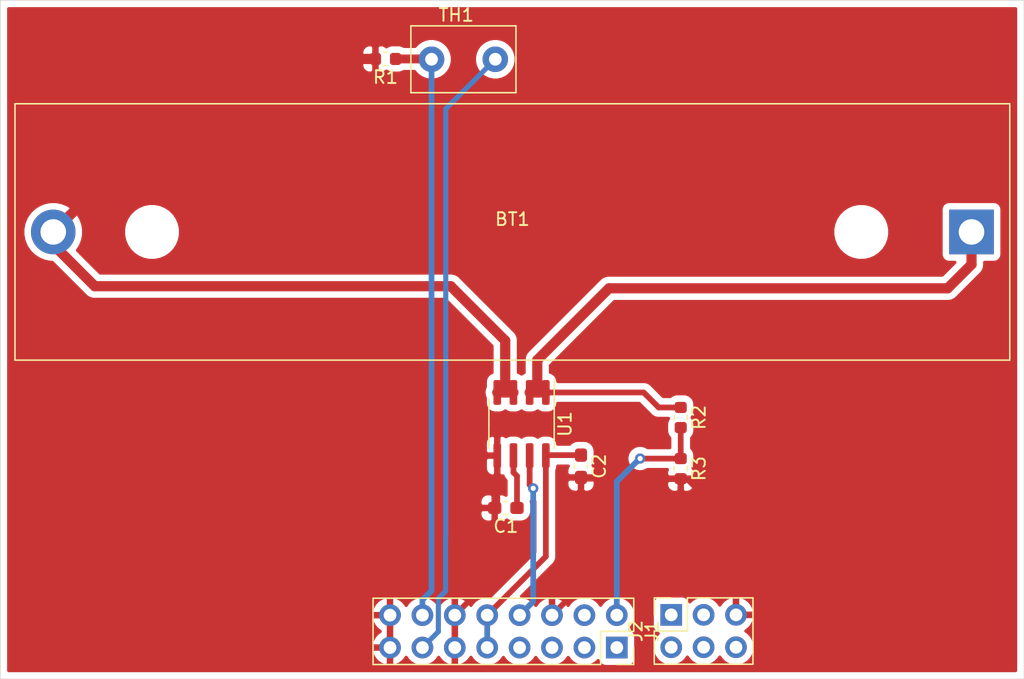
<source format=kicad_pcb>
(kicad_pcb (version 20171130) (host pcbnew 5.1.5-52549c5~86~ubuntu18.04.1)

  (general
    (thickness 1.6)
    (drawings 4)
    (tracks 67)
    (zones 0)
    (modules 10)
    (nets 15)
  )

  (page A4)
  (layers
    (0 F.Cu signal)
    (31 B.Cu signal)
    (32 B.Adhes user)
    (33 F.Adhes user)
    (34 B.Paste user)
    (35 F.Paste user)
    (36 B.SilkS user)
    (37 F.SilkS user)
    (38 B.Mask user)
    (39 F.Mask user)
    (40 Dwgs.User user)
    (41 Cmts.User user)
    (42 Eco1.User user)
    (43 Eco2.User user)
    (44 Edge.Cuts user)
    (45 Margin user)
    (46 B.CrtYd user)
    (47 F.CrtYd user)
    (48 B.Fab user)
    (49 F.Fab user)
  )

  (setup
    (last_trace_width 0.25)
    (user_trace_width 0.3)
    (user_trace_width 0.4)
    (user_trace_width 0.45)
    (user_trace_width 0.5)
    (user_trace_width 0.6)
    (user_trace_width 0.7)
    (trace_clearance 0.2)
    (zone_clearance 0.508)
    (zone_45_only yes)
    (trace_min 0.2)
    (via_size 0.8)
    (via_drill 0.4)
    (via_min_size 0.4)
    (via_min_drill 0.3)
    (uvia_size 0.3)
    (uvia_drill 0.1)
    (uvias_allowed no)
    (uvia_min_size 0.2)
    (uvia_min_drill 0.1)
    (edge_width 0.05)
    (segment_width 0.2)
    (pcb_text_width 0.3)
    (pcb_text_size 1.5 1.5)
    (mod_edge_width 0.12)
    (mod_text_size 1 1)
    (mod_text_width 0.15)
    (pad_size 1.524 1.524)
    (pad_drill 0.762)
    (pad_to_mask_clearance 0.051)
    (solder_mask_min_width 0.25)
    (aux_axis_origin 0 0)
    (visible_elements FFFFFF7F)
    (pcbplotparams
      (layerselection 0x010fc_ffffffff)
      (usegerberextensions false)
      (usegerberattributes false)
      (usegerberadvancedattributes false)
      (creategerberjobfile false)
      (excludeedgelayer true)
      (linewidth 0.100000)
      (plotframeref false)
      (viasonmask false)
      (mode 1)
      (useauxorigin false)
      (hpglpennumber 1)
      (hpglpenspeed 20)
      (hpglpendiameter 15.000000)
      (psnegative false)
      (psa4output false)
      (plotreference true)
      (plotvalue true)
      (plotinvisibletext false)
      (padsonsilk false)
      (subtractmaskfromsilk false)
      (outputformat 1)
      (mirror false)
      (drillshape 1)
      (scaleselection 1)
      (outputdirectory ""))
  )

  (net 0 "")
  (net 1 GND)
  (net 2 batt+)
  (net 3 "Net-(C1-Pad1)")
  (net 4 5V)
  (net 5 batt1_ntc_temp)
  (net 6 batt1_voltage)
  (net 7 batt2_ntc_temp)
  (net 8 batt2_voltage)
  (net 9 RESERVED)
  (net 10 batt1_current)
  (net 11 batt2_current)
  (net 12 3.3V)
  (net 13 charge_det)
  (net 14 batt-)

  (net_class Default "This is the default net class."
    (clearance 0.2)
    (trace_width 0.25)
    (via_dia 0.8)
    (via_drill 0.4)
    (uvia_dia 0.3)
    (uvia_drill 0.1)
    (add_net 3.3V)
    (add_net 5V)
    (add_net GND)
    (add_net "Net-(C1-Pad1)")
    (add_net RESERVED)
    (add_net batt+)
    (add_net batt-)
    (add_net batt1_current)
    (add_net batt1_ntc_temp)
    (add_net batt1_voltage)
    (add_net batt2_current)
    (add_net batt2_ntc_temp)
    (add_net batt2_voltage)
    (add_net charge_det)
  )

  (net_class alt2 ""
    (clearance 0.2)
    (trace_width 0.8)
    (via_dia 0.8)
    (via_drill 0.4)
    (uvia_dia 0.3)
    (uvia_drill 0.1)
  )

  (module Battery:BatteryHolder_MPD_BH-18650-PC2 (layer F.Cu) (tedit 5C1007C1) (tstamp 5EB4E801)
    (at 159.5882 63.5 180)
    (descr "18650 Battery Holder (http://www.memoryprotectiondevices.com/datasheets/BK-18650-PC2-datasheet.pdf)")
    (tags "18650 Battery Holder")
    (path /5EB28E73)
    (fp_text reference BT1 (at 36 1) (layer F.SilkS)
      (effects (font (size 1 1) (thickness 0.15)))
    )
    (fp_text value 18650 (at 36 -0.8) (layer F.Fab)
      (effects (font (size 1 1) (thickness 0.15)))
    )
    (fp_line (start -3 10.05) (end -3 -10.05) (layer F.SilkS) (width 0.12))
    (fp_line (start 75 10.05) (end -3 10.05) (layer F.SilkS) (width 0.12))
    (fp_line (start 75 -10.05) (end 75 10.05) (layer F.SilkS) (width 0.12))
    (fp_line (start -3 -10.05) (end 75 -10.05) (layer F.SilkS) (width 0.12))
    (fp_line (start -2.8 9.85) (end -2.8 -9.85) (layer F.Fab) (width 0.1))
    (fp_line (start 74.8 9.85) (end -2.8 9.85) (layer F.Fab) (width 0.1))
    (fp_line (start 74.8 -9.85) (end 74.8 9.85) (layer F.Fab) (width 0.1))
    (fp_line (start -2.8 -9.85) (end 74.8 -9.85) (layer F.Fab) (width 0.1))
    (fp_line (start -3.2 10.25) (end -3.2 -10.25) (layer F.CrtYd) (width 0.05))
    (fp_line (start 75.2 10.25) (end -3.2 10.25) (layer F.CrtYd) (width 0.05))
    (fp_line (start 75.2 -10.25) (end 75.2 10.25) (layer F.CrtYd) (width 0.05))
    (fp_line (start -3.2 -10.25) (end 75.2 -10.25) (layer F.CrtYd) (width 0.05))
    (fp_text user %R (at 36 -2.4) (layer F.Fab)
      (effects (font (size 1 1) (thickness 0.15)))
    )
    (pad 2 thru_hole circle (at 72 0 180) (size 3.5 3.5) (drill 2) (layers *.Cu *.Mask)
      (net 14 batt-))
    (pad 1 thru_hole rect (at 0 0 180) (size 3.5 3.5) (drill 2) (layers *.Cu *.Mask)
      (net 2 batt+))
    (pad "" np_thru_hole circle (at 8.645 0 180) (size 3.2 3.2) (drill 3.2) (layers *.Cu *.Mask))
    (pad "" np_thru_hole circle (at 64.255 0 180) (size 3.2 3.2) (drill 3.2) (layers *.Cu *.Mask))
    (model ${KISYS3DMOD}/Battery.3dshapes/BatteryHolder_MPD_BH-18650-PC2.wrl
      (at (xyz 0 0 0))
      (scale (xyz 1 1 1))
      (rotate (xyz 0 0 0))
    )
  )

  (module Capacitor_SMD:C_0603_1608Metric_Pad1.05x0.95mm_HandSolder (layer F.Cu) (tedit 5B301BBE) (tstamp 5EB4D607)
    (at 123.0757 85.1408 180)
    (descr "Capacitor SMD 0603 (1608 Metric), square (rectangular) end terminal, IPC_7351 nominal with elongated pad for handsoldering. (Body size source: http://www.tortai-tech.com/upload/download/2011102023233369053.pdf), generated with kicad-footprint-generator")
    (tags "capacitor handsolder")
    (path /5EB436D7)
    (attr smd)
    (fp_text reference C1 (at 0 -1.43) (layer F.SilkS)
      (effects (font (size 1 1) (thickness 0.15)))
    )
    (fp_text value 1nF (at 0 1.43) (layer F.Fab)
      (effects (font (size 1 1) (thickness 0.15)))
    )
    (fp_line (start -0.8 0.4) (end -0.8 -0.4) (layer F.Fab) (width 0.1))
    (fp_line (start -0.8 -0.4) (end 0.8 -0.4) (layer F.Fab) (width 0.1))
    (fp_line (start 0.8 -0.4) (end 0.8 0.4) (layer F.Fab) (width 0.1))
    (fp_line (start 0.8 0.4) (end -0.8 0.4) (layer F.Fab) (width 0.1))
    (fp_line (start -0.171267 -0.51) (end 0.171267 -0.51) (layer F.SilkS) (width 0.12))
    (fp_line (start -0.171267 0.51) (end 0.171267 0.51) (layer F.SilkS) (width 0.12))
    (fp_line (start -1.65 0.73) (end -1.65 -0.73) (layer F.CrtYd) (width 0.05))
    (fp_line (start -1.65 -0.73) (end 1.65 -0.73) (layer F.CrtYd) (width 0.05))
    (fp_line (start 1.65 -0.73) (end 1.65 0.73) (layer F.CrtYd) (width 0.05))
    (fp_line (start 1.65 0.73) (end -1.65 0.73) (layer F.CrtYd) (width 0.05))
    (fp_text user %R (at 0 0) (layer F.Fab)
      (effects (font (size 0.4 0.4) (thickness 0.06)))
    )
    (pad 1 smd roundrect (at -0.875 0 180) (size 1.05 0.95) (layers F.Cu F.Paste F.Mask) (roundrect_rratio 0.25)
      (net 3 "Net-(C1-Pad1)"))
    (pad 2 smd roundrect (at 0.875 0 180) (size 1.05 0.95) (layers F.Cu F.Paste F.Mask) (roundrect_rratio 0.25)
      (net 1 GND))
    (model ${KISYS3DMOD}/Capacitor_SMD.3dshapes/C_0603_1608Metric.wrl
      (at (xyz 0 0 0))
      (scale (xyz 1 1 1))
      (rotate (xyz 0 0 0))
    )
  )

  (module Capacitor_SMD:C_0603_1608Metric_Pad1.05x0.95mm_HandSolder (layer F.Cu) (tedit 5B301BBE) (tstamp 5EB4D618)
    (at 128.9685 81.8756 270)
    (descr "Capacitor SMD 0603 (1608 Metric), square (rectangular) end terminal, IPC_7351 nominal with elongated pad for handsoldering. (Body size source: http://www.tortai-tech.com/upload/download/2011102023233369053.pdf), generated with kicad-footprint-generator")
    (tags "capacitor handsolder")
    (path /5EB44FA4)
    (attr smd)
    (fp_text reference C2 (at 0 -1.43 90) (layer F.SilkS)
      (effects (font (size 1 1) (thickness 0.15)))
    )
    (fp_text value 0.1uF (at 0 1.43 90) (layer F.Fab)
      (effects (font (size 1 1) (thickness 0.15)))
    )
    (fp_text user %R (at 0 0 90) (layer F.Fab)
      (effects (font (size 0.4 0.4) (thickness 0.06)))
    )
    (fp_line (start 1.65 0.73) (end -1.65 0.73) (layer F.CrtYd) (width 0.05))
    (fp_line (start 1.65 -0.73) (end 1.65 0.73) (layer F.CrtYd) (width 0.05))
    (fp_line (start -1.65 -0.73) (end 1.65 -0.73) (layer F.CrtYd) (width 0.05))
    (fp_line (start -1.65 0.73) (end -1.65 -0.73) (layer F.CrtYd) (width 0.05))
    (fp_line (start -0.171267 0.51) (end 0.171267 0.51) (layer F.SilkS) (width 0.12))
    (fp_line (start -0.171267 -0.51) (end 0.171267 -0.51) (layer F.SilkS) (width 0.12))
    (fp_line (start 0.8 0.4) (end -0.8 0.4) (layer F.Fab) (width 0.1))
    (fp_line (start 0.8 -0.4) (end 0.8 0.4) (layer F.Fab) (width 0.1))
    (fp_line (start -0.8 -0.4) (end 0.8 -0.4) (layer F.Fab) (width 0.1))
    (fp_line (start -0.8 0.4) (end -0.8 -0.4) (layer F.Fab) (width 0.1))
    (pad 2 smd roundrect (at 0.875 0 270) (size 1.05 0.95) (layers F.Cu F.Paste F.Mask) (roundrect_rratio 0.25)
      (net 1 GND))
    (pad 1 smd roundrect (at -0.875 0 270) (size 1.05 0.95) (layers F.Cu F.Paste F.Mask) (roundrect_rratio 0.25)
      (net 4 5V))
    (model ${KISYS3DMOD}/Capacitor_SMD.3dshapes/C_0603_1608Metric.wrl
      (at (xyz 0 0 0))
      (scale (xyz 1 1 1))
      (rotate (xyz 0 0 0))
    )
  )

  (module Connector_PinSocket_2.54mm:PinSocket_2x08_P2.54mm_Vertical (layer F.Cu) (tedit 5A19A42B) (tstamp 5EB4D63E)
    (at 131.7752 96.0882 270)
    (descr "Through hole straight socket strip, 2x08, 2.54mm pitch, double cols (from Kicad 4.0.7), script generated")
    (tags "Through hole socket strip THT 2x08 2.54mm double row")
    (path /5EB37FDC)
    (fp_text reference J1 (at -1.27 -2.77 90) (layer F.SilkS)
      (effects (font (size 1 1) (thickness 0.15)))
    )
    (fp_text value Conn_02x08_Odd_Even (at -5.207 9.68248 180) (layer F.Fab)
      (effects (font (size 1 1) (thickness 0.15)))
    )
    (fp_line (start -3.81 -1.27) (end 0.27 -1.27) (layer F.Fab) (width 0.1))
    (fp_line (start 0.27 -1.27) (end 1.27 -0.27) (layer F.Fab) (width 0.1))
    (fp_line (start 1.27 -0.27) (end 1.27 19.05) (layer F.Fab) (width 0.1))
    (fp_line (start 1.27 19.05) (end -3.81 19.05) (layer F.Fab) (width 0.1))
    (fp_line (start -3.81 19.05) (end -3.81 -1.27) (layer F.Fab) (width 0.1))
    (fp_line (start -3.87 -1.33) (end -1.27 -1.33) (layer F.SilkS) (width 0.12))
    (fp_line (start -3.87 -1.33) (end -3.87 19.11) (layer F.SilkS) (width 0.12))
    (fp_line (start -3.87 19.11) (end 1.33 19.11) (layer F.SilkS) (width 0.12))
    (fp_line (start 1.33 1.27) (end 1.33 19.11) (layer F.SilkS) (width 0.12))
    (fp_line (start -1.27 1.27) (end 1.33 1.27) (layer F.SilkS) (width 0.12))
    (fp_line (start -1.27 -1.33) (end -1.27 1.27) (layer F.SilkS) (width 0.12))
    (fp_line (start 1.33 -1.33) (end 1.33 0) (layer F.SilkS) (width 0.12))
    (fp_line (start 0 -1.33) (end 1.33 -1.33) (layer F.SilkS) (width 0.12))
    (fp_line (start -4.34 -1.8) (end 1.76 -1.8) (layer F.CrtYd) (width 0.05))
    (fp_line (start 1.76 -1.8) (end 1.76 19.55) (layer F.CrtYd) (width 0.05))
    (fp_line (start 1.76 19.55) (end -4.34 19.55) (layer F.CrtYd) (width 0.05))
    (fp_line (start -4.34 19.55) (end -4.34 -1.8) (layer F.CrtYd) (width 0.05))
    (fp_text user %R (at -1.27 8.89) (layer F.Fab)
      (effects (font (size 1 1) (thickness 0.15)))
    )
    (pad 1 thru_hole rect (at 0 0 270) (size 1.7 1.7) (drill 1) (layers *.Cu *.Mask)
      (net 13 charge_det))
    (pad 2 thru_hole oval (at -2.54 0 270) (size 1.7 1.7) (drill 1) (layers *.Cu *.Mask)
      (net 6 batt1_voltage))
    (pad 3 thru_hole oval (at 0 2.54 270) (size 1.7 1.7) (drill 1) (layers *.Cu *.Mask)
      (net 7 batt2_ntc_temp))
    (pad 4 thru_hole oval (at -2.54 2.54 270) (size 1.7 1.7) (drill 1) (layers *.Cu *.Mask)
      (net 8 batt2_voltage))
    (pad 5 thru_hole oval (at 0 5.08 270) (size 1.7 1.7) (drill 1) (layers *.Cu *.Mask)
      (net 9 RESERVED))
    (pad 6 thru_hole oval (at -2.54 5.08 270) (size 1.7 1.7) (drill 1) (layers *.Cu *.Mask)
      (net 1 GND))
    (pad 7 thru_hole oval (at 0 7.62 270) (size 1.7 1.7) (drill 1) (layers *.Cu *.Mask)
      (net 11 batt2_current))
    (pad 8 thru_hole oval (at -2.54 7.62 270) (size 1.7 1.7) (drill 1) (layers *.Cu *.Mask)
      (net 10 batt1_current))
    (pad 9 thru_hole oval (at 0 10.16 270) (size 1.7 1.7) (drill 1) (layers *.Cu *.Mask)
      (net 4 5V))
    (pad 10 thru_hole oval (at -2.54 10.16 270) (size 1.7 1.7) (drill 1) (layers *.Cu *.Mask)
      (net 4 5V))
    (pad 11 thru_hole oval (at 0 12.7 270) (size 1.7 1.7) (drill 1) (layers *.Cu *.Mask)
      (net 1 GND))
    (pad 12 thru_hole oval (at -2.54 12.7 270) (size 1.7 1.7) (drill 1) (layers *.Cu *.Mask)
      (net 1 GND))
    (pad 13 thru_hole oval (at 0 15.24 270) (size 1.7 1.7) (drill 1) (layers *.Cu *.Mask)
      (net 12 3.3V))
    (pad 14 thru_hole oval (at -2.54 15.24 270) (size 1.7 1.7) (drill 1) (layers *.Cu *.Mask)
      (net 5 batt1_ntc_temp))
    (pad 15 thru_hole oval (at 0 17.78 270) (size 1.7 1.7) (drill 1) (layers *.Cu *.Mask)
      (net 1 GND))
    (pad 16 thru_hole oval (at -2.54 17.78 270) (size 1.7 1.7) (drill 1) (layers *.Cu *.Mask)
      (net 1 GND))
    (model ${KISYS3DMOD}/Connector_PinSocket_2.54mm.3dshapes/PinSocket_2x08_P2.54mm_Vertical.wrl
      (at (xyz 0 0 0))
      (scale (xyz 1 1 1))
      (rotate (xyz 0 0 0))
    )
  )

  (module Connector_PinSocket_2.54mm:PinSocket_2x03_P2.54mm_Vertical (layer F.Cu) (tedit 5A19A425) (tstamp 5EB4DAB4)
    (at 136.0424 93.5228 90)
    (descr "Through hole straight socket strip, 2x03, 2.54mm pitch, double cols (from Kicad 4.0.7), script generated")
    (tags "Through hole socket strip THT 2x03 2.54mm double row")
    (path /5EB54B93)
    (fp_text reference J2 (at -1.27 -2.77 90) (layer F.SilkS)
      (effects (font (size 1 1) (thickness 0.15)))
    )
    (fp_text value Conn_02x03_Odd_Even (at 2.71272 6.2484 180) (layer F.Fab)
      (effects (font (size 1 1) (thickness 0.15)))
    )
    (fp_line (start -3.81 -1.27) (end 0.27 -1.27) (layer F.Fab) (width 0.1))
    (fp_line (start 0.27 -1.27) (end 1.27 -0.27) (layer F.Fab) (width 0.1))
    (fp_line (start 1.27 -0.27) (end 1.27 6.35) (layer F.Fab) (width 0.1))
    (fp_line (start 1.27 6.35) (end -3.81 6.35) (layer F.Fab) (width 0.1))
    (fp_line (start -3.81 6.35) (end -3.81 -1.27) (layer F.Fab) (width 0.1))
    (fp_line (start -3.87 -1.33) (end -1.27 -1.33) (layer F.SilkS) (width 0.12))
    (fp_line (start -3.87 -1.33) (end -3.87 6.41) (layer F.SilkS) (width 0.12))
    (fp_line (start -3.87 6.41) (end 1.33 6.41) (layer F.SilkS) (width 0.12))
    (fp_line (start 1.33 1.27) (end 1.33 6.41) (layer F.SilkS) (width 0.12))
    (fp_line (start -1.27 1.27) (end 1.33 1.27) (layer F.SilkS) (width 0.12))
    (fp_line (start -1.27 -1.33) (end -1.27 1.27) (layer F.SilkS) (width 0.12))
    (fp_line (start 1.33 -1.33) (end 1.33 0) (layer F.SilkS) (width 0.12))
    (fp_line (start 0 -1.33) (end 1.33 -1.33) (layer F.SilkS) (width 0.12))
    (fp_line (start -4.34 -1.8) (end 1.76 -1.8) (layer F.CrtYd) (width 0.05))
    (fp_line (start 1.76 -1.8) (end 1.76 6.85) (layer F.CrtYd) (width 0.05))
    (fp_line (start 1.76 6.85) (end -4.34 6.85) (layer F.CrtYd) (width 0.05))
    (fp_line (start -4.34 6.85) (end -4.34 -1.8) (layer F.CrtYd) (width 0.05))
    (fp_text user %R (at -1.27 2.54) (layer F.Fab)
      (effects (font (size 1 1) (thickness 0.15)))
    )
    (pad 1 thru_hole rect (at 0 0 90) (size 1.7 1.7) (drill 1) (layers *.Cu *.Mask)
      (net 9 RESERVED))
    (pad 2 thru_hole oval (at -2.54 0 90) (size 1.7 1.7) (drill 1) (layers *.Cu *.Mask)
      (net 9 RESERVED))
    (pad 3 thru_hole oval (at 0 2.54 90) (size 1.7 1.7) (drill 1) (layers *.Cu *.Mask)
      (net 9 RESERVED))
    (pad 4 thru_hole oval (at -2.54 2.54 90) (size 1.7 1.7) (drill 1) (layers *.Cu *.Mask)
      (net 9 RESERVED))
    (pad 5 thru_hole oval (at 0 5.08 90) (size 1.7 1.7) (drill 1) (layers *.Cu *.Mask)
      (net 1 GND))
    (pad 6 thru_hole oval (at -2.54 5.08 90) (size 1.7 1.7) (drill 1) (layers *.Cu *.Mask)
      (net 13 charge_det))
    (model ${KISYS3DMOD}/Connector_PinSocket_2.54mm.3dshapes/PinSocket_2x03_P2.54mm_Vertical.wrl
      (at (xyz 0 0 0))
      (scale (xyz 1 1 1))
      (rotate (xyz 0 0 0))
    )
  )

  (module Resistor_SMD:R_0603_1608Metric (layer F.Cu) (tedit 5B301BBD) (tstamp 5EB4D66B)
    (at 113.6396 49.9364 180)
    (descr "Resistor SMD 0603 (1608 Metric), square (rectangular) end terminal, IPC_7351 nominal, (Body size source: http://www.tortai-tech.com/upload/download/2011102023233369053.pdf), generated with kicad-footprint-generator")
    (tags resistor)
    (path /5EB2A41D)
    (attr smd)
    (fp_text reference R1 (at 0 -1.43) (layer F.SilkS)
      (effects (font (size 1 1) (thickness 0.15)))
    )
    (fp_text value 10K (at 0 1.43) (layer F.Fab)
      (effects (font (size 1 1) (thickness 0.15)))
    )
    (fp_line (start -0.8 0.4) (end -0.8 -0.4) (layer F.Fab) (width 0.1))
    (fp_line (start -0.8 -0.4) (end 0.8 -0.4) (layer F.Fab) (width 0.1))
    (fp_line (start 0.8 -0.4) (end 0.8 0.4) (layer F.Fab) (width 0.1))
    (fp_line (start 0.8 0.4) (end -0.8 0.4) (layer F.Fab) (width 0.1))
    (fp_line (start -0.162779 -0.51) (end 0.162779 -0.51) (layer F.SilkS) (width 0.12))
    (fp_line (start -0.162779 0.51) (end 0.162779 0.51) (layer F.SilkS) (width 0.12))
    (fp_line (start -1.48 0.73) (end -1.48 -0.73) (layer F.CrtYd) (width 0.05))
    (fp_line (start -1.48 -0.73) (end 1.48 -0.73) (layer F.CrtYd) (width 0.05))
    (fp_line (start 1.48 -0.73) (end 1.48 0.73) (layer F.CrtYd) (width 0.05))
    (fp_line (start 1.48 0.73) (end -1.48 0.73) (layer F.CrtYd) (width 0.05))
    (fp_text user %R (at 0 0) (layer F.Fab)
      (effects (font (size 0.4 0.4) (thickness 0.06)))
    )
    (pad 1 smd roundrect (at -0.7875 0 180) (size 0.875 0.95) (layers F.Cu F.Paste F.Mask) (roundrect_rratio 0.25)
      (net 5 batt1_ntc_temp))
    (pad 2 smd roundrect (at 0.7875 0 180) (size 0.875 0.95) (layers F.Cu F.Paste F.Mask) (roundrect_rratio 0.25)
      (net 1 GND))
    (model ${KISYS3DMOD}/Resistor_SMD.3dshapes/R_0603_1608Metric.wrl
      (at (xyz 0 0 0))
      (scale (xyz 1 1 1))
      (rotate (xyz 0 0 0))
    )
  )

  (module Resistor_SMD:R_0603_1608Metric (layer F.Cu) (tedit 5B301BBD) (tstamp 5EB4D67C)
    (at 136.787899 78.049101 270)
    (descr "Resistor SMD 0603 (1608 Metric), square (rectangular) end terminal, IPC_7351 nominal, (Body size source: http://www.tortai-tech.com/upload/download/2011102023233369053.pdf), generated with kicad-footprint-generator")
    (tags resistor)
    (path /5EB5311D)
    (attr smd)
    (fp_text reference R2 (at 0 -1.43 90) (layer F.SilkS)
      (effects (font (size 1 1) (thickness 0.15)))
    )
    (fp_text value 1.7k (at 0 1.43 90) (layer F.Fab)
      (effects (font (size 1 1) (thickness 0.15)))
    )
    (fp_line (start -0.8 0.4) (end -0.8 -0.4) (layer F.Fab) (width 0.1))
    (fp_line (start -0.8 -0.4) (end 0.8 -0.4) (layer F.Fab) (width 0.1))
    (fp_line (start 0.8 -0.4) (end 0.8 0.4) (layer F.Fab) (width 0.1))
    (fp_line (start 0.8 0.4) (end -0.8 0.4) (layer F.Fab) (width 0.1))
    (fp_line (start -0.162779 -0.51) (end 0.162779 -0.51) (layer F.SilkS) (width 0.12))
    (fp_line (start -0.162779 0.51) (end 0.162779 0.51) (layer F.SilkS) (width 0.12))
    (fp_line (start -1.48 0.73) (end -1.48 -0.73) (layer F.CrtYd) (width 0.05))
    (fp_line (start -1.48 -0.73) (end 1.48 -0.73) (layer F.CrtYd) (width 0.05))
    (fp_line (start 1.48 -0.73) (end 1.48 0.73) (layer F.CrtYd) (width 0.05))
    (fp_line (start 1.48 0.73) (end -1.48 0.73) (layer F.CrtYd) (width 0.05))
    (fp_text user %R (at 0 0 90) (layer F.Fab)
      (effects (font (size 0.4 0.4) (thickness 0.06)))
    )
    (pad 1 smd roundrect (at -0.7875 0 270) (size 0.875 0.95) (layers F.Cu F.Paste F.Mask) (roundrect_rratio 0.25)
      (net 2 batt+))
    (pad 2 smd roundrect (at 0.7875 0 270) (size 0.875 0.95) (layers F.Cu F.Paste F.Mask) (roundrect_rratio 0.25)
      (net 6 batt1_voltage))
    (model ${KISYS3DMOD}/Resistor_SMD.3dshapes/R_0603_1608Metric.wrl
      (at (xyz 0 0 0))
      (scale (xyz 1 1 1))
      (rotate (xyz 0 0 0))
    )
  )

  (module Resistor_SMD:R_0603_1608Metric (layer F.Cu) (tedit 5B301BBD) (tstamp 5EB4D68D)
    (at 136.787899 82.059101 270)
    (descr "Resistor SMD 0603 (1608 Metric), square (rectangular) end terminal, IPC_7351 nominal, (Body size source: http://www.tortai-tech.com/upload/download/2011102023233369053.pdf), generated with kicad-footprint-generator")
    (tags resistor)
    (path /5EB53001)
    (attr smd)
    (fp_text reference R3 (at 0 -1.43 90) (layer F.SilkS)
      (effects (font (size 1 1) (thickness 0.15)))
    )
    (fp_text value 3.3k (at 0 1.43 90) (layer F.Fab)
      (effects (font (size 1 1) (thickness 0.15)))
    )
    (fp_text user %R (at 0 0 90) (layer F.Fab)
      (effects (font (size 0.4 0.4) (thickness 0.06)))
    )
    (fp_line (start 1.48 0.73) (end -1.48 0.73) (layer F.CrtYd) (width 0.05))
    (fp_line (start 1.48 -0.73) (end 1.48 0.73) (layer F.CrtYd) (width 0.05))
    (fp_line (start -1.48 -0.73) (end 1.48 -0.73) (layer F.CrtYd) (width 0.05))
    (fp_line (start -1.48 0.73) (end -1.48 -0.73) (layer F.CrtYd) (width 0.05))
    (fp_line (start -0.162779 0.51) (end 0.162779 0.51) (layer F.SilkS) (width 0.12))
    (fp_line (start -0.162779 -0.51) (end 0.162779 -0.51) (layer F.SilkS) (width 0.12))
    (fp_line (start 0.8 0.4) (end -0.8 0.4) (layer F.Fab) (width 0.1))
    (fp_line (start 0.8 -0.4) (end 0.8 0.4) (layer F.Fab) (width 0.1))
    (fp_line (start -0.8 -0.4) (end 0.8 -0.4) (layer F.Fab) (width 0.1))
    (fp_line (start -0.8 0.4) (end -0.8 -0.4) (layer F.Fab) (width 0.1))
    (pad 2 smd roundrect (at 0.7875 0 270) (size 0.875 0.95) (layers F.Cu F.Paste F.Mask) (roundrect_rratio 0.25)
      (net 1 GND))
    (pad 1 smd roundrect (at -0.7875 0 270) (size 0.875 0.95) (layers F.Cu F.Paste F.Mask) (roundrect_rratio 0.25)
      (net 6 batt1_voltage))
    (model ${KISYS3DMOD}/Resistor_SMD.3dshapes/R_0603_1608Metric.wrl
      (at (xyz 0 0 0))
      (scale (xyz 1 1 1))
      (rotate (xyz 0 0 0))
    )
  )

  (module Capacitor_THT:C_Disc_D8.0mm_W5.0mm_P5.00mm (layer F.Cu) (tedit 5AE50EF0) (tstamp 5EB50C6C)
    (at 122.2502 49.9618 180)
    (descr "C, Disc series, Radial, pin pitch=5.00mm, , diameter*width=8*5.0mm^2, Capacitor, http://www.vishay.com/docs/28535/vy2series.pdf")
    (tags "C Disc series Radial pin pitch 5.00mm  diameter 8mm width 5.0mm Capacitor")
    (path /5EB20815)
    (fp_text reference TH1 (at 3.06324 3.47472) (layer F.SilkS)
      (effects (font (size 1 1) (thickness 0.15)))
    )
    (fp_text value 10K (at -0.27432 3.58648) (layer F.Fab)
      (effects (font (size 1 1) (thickness 0.15)))
    )
    (fp_line (start -1.5 -2.5) (end -1.5 2.5) (layer F.Fab) (width 0.1))
    (fp_line (start -1.5 2.5) (end 6.5 2.5) (layer F.Fab) (width 0.1))
    (fp_line (start 6.5 2.5) (end 6.5 -2.5) (layer F.Fab) (width 0.1))
    (fp_line (start 6.5 -2.5) (end -1.5 -2.5) (layer F.Fab) (width 0.1))
    (fp_line (start -1.62 -2.62) (end 6.62 -2.62) (layer F.SilkS) (width 0.12))
    (fp_line (start -1.62 2.62) (end 6.62 2.62) (layer F.SilkS) (width 0.12))
    (fp_line (start -1.62 -2.62) (end -1.62 2.62) (layer F.SilkS) (width 0.12))
    (fp_line (start 6.62 -2.62) (end 6.62 2.62) (layer F.SilkS) (width 0.12))
    (fp_line (start -1.75 -2.75) (end -1.75 2.75) (layer F.CrtYd) (width 0.05))
    (fp_line (start -1.75 2.75) (end 6.75 2.75) (layer F.CrtYd) (width 0.05))
    (fp_line (start 6.75 2.75) (end 6.75 -2.75) (layer F.CrtYd) (width 0.05))
    (fp_line (start 6.75 -2.75) (end -1.75 -2.75) (layer F.CrtYd) (width 0.05))
    (fp_text user %R (at -4.9784 1.143) (layer F.Fab)
      (effects (font (size 1 1) (thickness 0.15)))
    )
    (pad 1 thru_hole circle (at 0 0 180) (size 2 2) (drill 1) (layers *.Cu *.Mask)
      (net 12 3.3V))
    (pad 2 thru_hole circle (at 5 0 180) (size 2 2) (drill 1) (layers *.Cu *.Mask)
      (net 5 batt1_ntc_temp))
    (model ${KISYS3DMOD}/Capacitor_THT.3dshapes/C_Disc_D8.0mm_W5.0mm_P5.00mm.wrl
      (at (xyz 0 0 0))
      (scale (xyz 1 1 1))
      (rotate (xyz 0 0 0))
    )
  )

  (module Package_SO:SOIC-8_3.9x4.9mm_P1.27mm (layer F.Cu) (tedit 5D9F72B1) (tstamp 5EB4E47B)
    (at 124.3076 78.5622 270)
    (descr "SOIC, 8 Pin (JEDEC MS-012AA, https://www.analog.com/media/en/package-pcb-resources/package/pkg_pdf/soic_narrow-r/r_8.pdf), generated with kicad-footprint-generator ipc_gullwing_generator.py")
    (tags "SOIC SO")
    (path /5EB21A2F)
    (attr smd)
    (fp_text reference U1 (at 0 -3.4 90) (layer F.SilkS)
      (effects (font (size 1 1) (thickness 0.15)))
    )
    (fp_text value ACS724xLCTR-30AB (at 4.5974 0.4191 180) (layer F.Fab)
      (effects (font (size 1 1) (thickness 0.15)))
    )
    (fp_line (start 0 2.56) (end 1.95 2.56) (layer F.SilkS) (width 0.12))
    (fp_line (start 0 2.56) (end -1.95 2.56) (layer F.SilkS) (width 0.12))
    (fp_line (start 0 -2.56) (end 1.95 -2.56) (layer F.SilkS) (width 0.12))
    (fp_line (start 0 -2.56) (end -3.45 -2.56) (layer F.SilkS) (width 0.12))
    (fp_line (start -0.975 -2.45) (end 1.95 -2.45) (layer F.Fab) (width 0.1))
    (fp_line (start 1.95 -2.45) (end 1.95 2.45) (layer F.Fab) (width 0.1))
    (fp_line (start 1.95 2.45) (end -1.95 2.45) (layer F.Fab) (width 0.1))
    (fp_line (start -1.95 2.45) (end -1.95 -1.475) (layer F.Fab) (width 0.1))
    (fp_line (start -1.95 -1.475) (end -0.975 -2.45) (layer F.Fab) (width 0.1))
    (fp_line (start -3.7 -2.7) (end -3.7 2.7) (layer F.CrtYd) (width 0.05))
    (fp_line (start -3.7 2.7) (end 3.7 2.7) (layer F.CrtYd) (width 0.05))
    (fp_line (start 3.7 2.7) (end 3.7 -2.7) (layer F.CrtYd) (width 0.05))
    (fp_line (start 3.7 -2.7) (end -3.7 -2.7) (layer F.CrtYd) (width 0.05))
    (fp_text user %R (at 0 0 90) (layer F.Fab)
      (effects (font (size 0.98 0.98) (thickness 0.15)))
    )
    (pad 1 smd roundrect (at -2.475 -1.905 270) (size 1.95 0.6) (layers F.Cu F.Paste F.Mask) (roundrect_rratio 0.25)
      (net 2 batt+))
    (pad 2 smd roundrect (at -2.475 -0.635 270) (size 1.95 0.6) (layers F.Cu F.Paste F.Mask) (roundrect_rratio 0.25)
      (net 2 batt+))
    (pad 3 smd roundrect (at -2.475 0.635 270) (size 1.95 0.6) (layers F.Cu F.Paste F.Mask) (roundrect_rratio 0.25)
      (net 14 batt-))
    (pad 4 smd roundrect (at -2.475 1.905 270) (size 1.95 0.6) (layers F.Cu F.Paste F.Mask) (roundrect_rratio 0.25)
      (net 14 batt-))
    (pad 5 smd roundrect (at 2.475 1.905 270) (size 1.95 0.6) (layers F.Cu F.Paste F.Mask) (roundrect_rratio 0.25)
      (net 1 GND))
    (pad 6 smd roundrect (at 2.475 0.635 270) (size 1.95 0.6) (layers F.Cu F.Paste F.Mask) (roundrect_rratio 0.25)
      (net 3 "Net-(C1-Pad1)"))
    (pad 7 smd roundrect (at 2.475 -0.635 270) (size 1.95 0.6) (layers F.Cu F.Paste F.Mask) (roundrect_rratio 0.25)
      (net 10 batt1_current))
    (pad 8 smd roundrect (at 2.475 -1.905 270) (size 1.95 0.6) (layers F.Cu F.Paste F.Mask) (roundrect_rratio 0.25)
      (net 4 5V))
    (model ${KISYS3DMOD}/Package_SO.3dshapes/SOIC-8_3.9x4.9mm_P1.27mm.wrl
      (at (xyz 0 0 0))
      (scale (xyz 1 1 1))
      (rotate (xyz 0 0 0))
    )
  )

  (gr_line (start 83.439 98.552) (end 163.703 98.552) (layer Edge.Cuts) (width 0.05) (tstamp 5EB4E939))
  (gr_line (start 83.439 98.552) (end 83.439 45.339) (layer Edge.Cuts) (width 0.05) (tstamp 5EB4E705))
  (gr_line (start 83.439 45.339) (end 163.703 45.339) (layer Edge.Cuts) (width 0.05))
  (gr_line (start 163.703 98.552) (end 163.703 45.339) (layer Edge.Cuts) (width 0.05) (tstamp 5EB4E83D))

  (segment (start 89.338199 61.750001) (end 89.338199 61.664801) (width 0.8) (layer F.Cu) (net 1))
  (segment (start 87.5882 63.5) (end 89.338199 61.750001) (width 0.8) (layer F.Cu) (net 1))
  (segment (start 101.0666 49.9364) (end 112.8521 49.9364) (width 0.8) (layer F.Cu) (net 1))
  (segment (start 89.338199 61.664801) (end 101.0666 49.9364) (width 0.8) (layer F.Cu) (net 1))
  (segment (start 122.4026 84.9389) (end 122.2007 85.1408) (width 0.45) (layer F.Cu) (net 1))
  (segment (start 122.4026 81.0372) (end 122.4026 84.9389) (width 0.45) (layer F.Cu) (net 1))
  (segment (start 129.064501 82.846601) (end 128.9685 82.7506) (width 0.45) (layer F.Cu) (net 1))
  (segment (start 136.787899 82.846601) (end 129.064501 82.846601) (width 0.45) (layer F.Cu) (net 1))
  (segment (start 128.9685 91.2749) (end 126.6952 93.5482) (width 0.45) (layer F.Cu) (net 1))
  (segment (start 128.9685 82.7506) (end 128.9685 91.2749) (width 0.45) (layer F.Cu) (net 1))
  (segment (start 122.2007 90.4227) (end 119.0752 93.5482) (width 0.45) (layer F.Cu) (net 1))
  (segment (start 122.2007 85.1408) (end 122.2007 90.4227) (width 0.45) (layer F.Cu) (net 1))
  (segment (start 141.1224 86.706102) (end 137.262899 82.846601) (width 0.45) (layer F.Cu) (net 1))
  (segment (start 137.262899 82.846601) (end 136.787899 82.846601) (width 0.45) (layer F.Cu) (net 1))
  (segment (start 141.1224 93.5228) (end 141.1224 86.706102) (width 0.45) (layer F.Cu) (net 1))
  (segment (start 125.541 76.0872) (end 125.541 73.5442) (width 0.8) (layer F.Cu) (net 2))
  (segment (start 125.541 76.0872) (end 126.2126 76.0872) (width 0.8) (layer F.Cu) (net 2))
  (segment (start 124.9426 76.0872) (end 125.541 76.0872) (width 0.8) (layer F.Cu) (net 2))
  (segment (start 125.541 73.5442) (end 131.1656 67.9196) (width 0.8) (layer F.Cu) (net 2))
  (segment (start 159.5882 66.05) (end 159.5882 63.5) (width 0.8) (layer F.Cu) (net 2))
  (segment (start 131.1656 67.9196) (end 157.7186 67.9196) (width 0.8) (layer F.Cu) (net 2))
  (segment (start 157.7186 67.9196) (end 159.5882 66.05) (width 0.8) (layer F.Cu) (net 2))
  (segment (start 136.787899 77.261601) (end 135.059301 77.261601) (width 0.45) (layer F.Cu) (net 2))
  (segment (start 133.8849 76.0872) (end 125.541 76.0872) (width 0.45) (layer F.Cu) (net 2))
  (segment (start 135.059301 77.261601) (end 133.8849 76.0872) (width 0.45) (layer F.Cu) (net 2))
  (segment (start 123.9507 85.1408) (end 123.9507 82.6376) (width 0.45) (layer F.Cu) (net 3))
  (segment (start 123.6726 82.3595) (end 123.6726 81.0372) (width 0.45) (layer F.Cu) (net 3))
  (segment (start 123.9507 82.6376) (end 123.6726 82.3595) (width 0.45) (layer F.Cu) (net 3))
  (segment (start 126.2492 81.0006) (end 126.2126 81.0372) (width 0.45) (layer F.Cu) (net 4))
  (segment (start 128.9685 81.0006) (end 126.2492 81.0006) (width 0.45) (layer F.Cu) (net 4))
  (segment (start 124.2695 90.8939) (end 121.6152 93.5482) (width 0.45) (layer F.Cu) (net 4))
  (segment (start 126.2126 81.0372) (end 126.2126 88.9508) (width 0.45) (layer F.Cu) (net 4))
  (segment (start 126.2126 88.9508) (end 124.2695 90.8939) (width 0.45) (layer F.Cu) (net 4))
  (segment (start 121.6152 93.5482) (end 121.6152 96.0882) (width 0.45) (layer B.Cu) (net 4))
  (segment (start 117.2248 49.9364) (end 117.2502 49.9618) (width 0.7) (layer F.Cu) (net 5))
  (segment (start 114.4271 49.9364) (end 117.2248 49.9364) (width 0.7) (layer F.Cu) (net 5))
  (segment (start 117.2502 91.631119) (end 117.2502 49.9618) (width 0.45) (layer B.Cu) (net 5))
  (segment (start 116.5352 93.5482) (end 116.5352 92.346119) (width 0.45) (layer B.Cu) (net 5))
  (segment (start 116.5352 92.346119) (end 117.2502 91.631119) (width 0.45) (layer B.Cu) (net 5))
  (segment (start 136.787899 78.836601) (end 136.787899 81.271601) (width 0.45) (layer F.Cu) (net 6))
  (segment (start 131.7752 93.5482) (end 131.7752 83.0707) (width 0.45) (layer B.Cu) (net 6))
  (segment (start 131.7752 83.0707) (end 133.3246 81.5213) (width 0.45) (layer B.Cu) (net 6))
  (segment (start 133.3246 81.5213) (end 133.35 81.5213) (width 0.45) (layer B.Cu) (net 6))
  (segment (start 133.35 81.5213) (end 133.604 81.2673) (width 0.45) (layer B.Cu) (net 6))
  (segment (start 133.604 81.2673) (end 133.604 81.2673) (width 0.45) (layer B.Cu) (net 6) (tstamp 5EB4F523))
  (via (at 133.604 81.2673) (size 0.8) (drill 0.4) (layers F.Cu B.Cu) (net 6))
  (segment (start 133.608301 81.271601) (end 133.604 81.2673) (width 0.45) (layer F.Cu) (net 6))
  (segment (start 136.787899 81.271601) (end 133.608301 81.271601) (width 0.45) (layer F.Cu) (net 6))
  (segment (start 124.9426 81.0372) (end 124.9426 83.3247) (width 0.45) (layer F.Cu) (net 10))
  (segment (start 124.9426 83.3247) (end 125.222 83.6041) (width 0.45) (layer F.Cu) (net 10))
  (segment (start 125.222 83.6041) (end 125.222 83.6041) (width 0.45) (layer F.Cu) (net 10) (tstamp 5EB4F549))
  (via (at 125.222 83.6041) (size 0.8) (drill 0.4) (layers F.Cu B.Cu) (net 10))
  (segment (start 125.222 92.4814) (end 124.1552 93.5482) (width 0.45) (layer B.Cu) (net 10))
  (segment (start 125.222 83.6041) (end 125.222 92.4814) (width 0.45) (layer B.Cu) (net 10))
  (segment (start 117.785201 94.838199) (end 117.785201 92.234699) (width 0.4) (layer B.Cu) (net 12))
  (segment (start 116.5352 96.0882) (end 117.785201 94.838199) (width 0.4) (layer B.Cu) (net 12))
  (segment (start 117.785201 92.234699) (end 118.3513 91.6686) (width 0.4) (layer B.Cu) (net 12))
  (segment (start 118.3513 87.3887) (end 118.364 87.376) (width 0.4) (layer B.Cu) (net 12))
  (segment (start 118.3513 91.6686) (end 118.3513 87.3887) (width 0.4) (layer B.Cu) (net 12))
  (segment (start 118.364 53.848) (end 122.2502 49.9618) (width 0.4) (layer B.Cu) (net 12))
  (segment (start 118.364 87.376) (end 118.364 53.848) (width 0.4) (layer B.Cu) (net 12))
  (segment (start 123.0264 76.0872) (end 122.4026 76.0872) (width 0.8) (layer F.Cu) (net 14))
  (segment (start 123.6726 76.0872) (end 123.0264 76.0872) (width 0.8) (layer F.Cu) (net 14))
  (segment (start 123.0264 76.0872) (end 123.0264 72.0232) (width 0.8) (layer F.Cu) (net 14))
  (segment (start 123.0264 72.0232) (end 118.7577 67.7545) (width 0.8) (layer F.Cu) (net 14))
  (segment (start 90.842692 67.7545) (end 87.5882 64.500008) (width 0.8) (layer F.Cu) (net 14))
  (segment (start 118.7577 67.7545) (end 90.842692 67.7545) (width 0.8) (layer F.Cu) (net 14))

  (zone (net 1) (net_name GND) (layer F.Cu) (tstamp 0) (hatch edge 0.508)
    (connect_pads (clearance 0.508))
    (min_thickness 0.254)
    (fill yes (arc_segments 32) (thermal_gap 0.508) (thermal_bridge_width 0.508) (smoothing chamfer))
    (polygon
      (pts
        (xy 163.6649 98.5139) (xy 83.439 98.5139) (xy 83.439 45.339) (xy 163.6649 45.339)
      )
    )
    (filled_polygon
      (pts
        (xy 163.043 97.892) (xy 84.099 97.892) (xy 84.099 96.445091) (xy 112.553719 96.445091) (xy 112.651043 96.719452)
        (xy 112.800022 96.969555) (xy 112.994931 97.185788) (xy 113.22828 97.359841) (xy 113.491101 97.485025) (xy 113.63831 97.529676)
        (xy 113.8682 97.408355) (xy 113.8682 96.2152) (xy 112.674386 96.2152) (xy 112.553719 96.445091) (xy 84.099 96.445091)
        (xy 84.099 93.905091) (xy 112.553719 93.905091) (xy 112.651043 94.179452) (xy 112.800022 94.429555) (xy 112.994931 94.645788)
        (xy 113.22608 94.8182) (xy 112.994931 94.990612) (xy 112.800022 95.206845) (xy 112.651043 95.456948) (xy 112.553719 95.731309)
        (xy 112.674386 95.9612) (xy 113.8682 95.9612) (xy 113.8682 93.6752) (xy 112.674386 93.6752) (xy 112.553719 93.905091)
        (xy 84.099 93.905091) (xy 84.099 93.191309) (xy 112.553719 93.191309) (xy 112.674386 93.4212) (xy 113.8682 93.4212)
        (xy 113.8682 92.228045) (xy 114.1222 92.228045) (xy 114.1222 93.4212) (xy 114.1422 93.4212) (xy 114.1422 93.6752)
        (xy 114.1222 93.6752) (xy 114.1222 95.9612) (xy 114.1422 95.9612) (xy 114.1422 96.2152) (xy 114.1222 96.2152)
        (xy 114.1222 97.408355) (xy 114.35209 97.529676) (xy 114.499299 97.485025) (xy 114.76212 97.359841) (xy 114.995469 97.185788)
        (xy 115.190378 96.969555) (xy 115.260005 96.852666) (xy 115.381725 97.034832) (xy 115.588568 97.241675) (xy 115.831789 97.40419)
        (xy 116.102042 97.516132) (xy 116.38894 97.5732) (xy 116.68146 97.5732) (xy 116.968358 97.516132) (xy 117.238611 97.40419)
        (xy 117.481832 97.241675) (xy 117.688675 97.034832) (xy 117.810395 96.852666) (xy 117.880022 96.969555) (xy 118.074931 97.185788)
        (xy 118.30828 97.359841) (xy 118.571101 97.485025) (xy 118.71831 97.529676) (xy 118.9482 97.408355) (xy 118.9482 96.2152)
        (xy 118.9282 96.2152) (xy 118.9282 95.9612) (xy 118.9482 95.9612) (xy 118.9482 93.6752) (xy 118.9282 93.6752)
        (xy 118.9282 93.4212) (xy 118.9482 93.4212) (xy 118.9482 92.228045) (xy 119.2022 92.228045) (xy 119.2022 93.4212)
        (xy 119.2222 93.4212) (xy 119.2222 93.6752) (xy 119.2022 93.6752) (xy 119.2022 95.9612) (xy 119.2222 95.9612)
        (xy 119.2222 96.2152) (xy 119.2022 96.2152) (xy 119.2022 97.408355) (xy 119.43209 97.529676) (xy 119.579299 97.485025)
        (xy 119.84212 97.359841) (xy 120.075469 97.185788) (xy 120.270378 96.969555) (xy 120.340005 96.852666) (xy 120.461725 97.034832)
        (xy 120.668568 97.241675) (xy 120.911789 97.40419) (xy 121.182042 97.516132) (xy 121.46894 97.5732) (xy 121.76146 97.5732)
        (xy 122.048358 97.516132) (xy 122.318611 97.40419) (xy 122.561832 97.241675) (xy 122.768675 97.034832) (xy 122.8852 96.86044)
        (xy 123.001725 97.034832) (xy 123.208568 97.241675) (xy 123.451789 97.40419) (xy 123.722042 97.516132) (xy 124.00894 97.5732)
        (xy 124.30146 97.5732) (xy 124.588358 97.516132) (xy 124.858611 97.40419) (xy 125.101832 97.241675) (xy 125.308675 97.034832)
        (xy 125.4252 96.86044) (xy 125.541725 97.034832) (xy 125.748568 97.241675) (xy 125.991789 97.40419) (xy 126.262042 97.516132)
        (xy 126.54894 97.5732) (xy 126.84146 97.5732) (xy 127.128358 97.516132) (xy 127.398611 97.40419) (xy 127.641832 97.241675)
        (xy 127.848675 97.034832) (xy 127.9652 96.86044) (xy 128.081725 97.034832) (xy 128.288568 97.241675) (xy 128.531789 97.40419)
        (xy 128.802042 97.516132) (xy 129.08894 97.5732) (xy 129.38146 97.5732) (xy 129.668358 97.516132) (xy 129.938611 97.40419)
        (xy 130.181832 97.241675) (xy 130.313687 97.10982) (xy 130.335698 97.18238) (xy 130.394663 97.292694) (xy 130.474015 97.389385)
        (xy 130.570706 97.468737) (xy 130.68102 97.527702) (xy 130.800718 97.564012) (xy 130.9252 97.576272) (xy 132.6252 97.576272)
        (xy 132.749682 97.564012) (xy 132.86938 97.527702) (xy 132.979694 97.468737) (xy 133.076385 97.389385) (xy 133.155737 97.292694)
        (xy 133.214702 97.18238) (xy 133.251012 97.062682) (xy 133.263272 96.9382) (xy 133.263272 95.2382) (xy 133.251012 95.113718)
        (xy 133.214702 94.99402) (xy 133.155737 94.883706) (xy 133.076385 94.787015) (xy 132.979694 94.707663) (xy 132.86938 94.648698)
        (xy 132.79682 94.626687) (xy 132.928675 94.494832) (xy 133.09119 94.251611) (xy 133.203132 93.981358) (xy 133.2602 93.69446)
        (xy 133.2602 93.40194) (xy 133.203132 93.115042) (xy 133.09119 92.844789) (xy 132.976271 92.6728) (xy 134.554328 92.6728)
        (xy 134.554328 94.3728) (xy 134.566588 94.497282) (xy 134.602898 94.61698) (xy 134.661863 94.727294) (xy 134.741215 94.823985)
        (xy 134.837906 94.903337) (xy 134.94822 94.962302) (xy 135.02078 94.984313) (xy 134.888925 95.116168) (xy 134.72641 95.359389)
        (xy 134.614468 95.629642) (xy 134.5574 95.91654) (xy 134.5574 96.20906) (xy 134.614468 96.495958) (xy 134.72641 96.766211)
        (xy 134.888925 97.009432) (xy 135.095768 97.216275) (xy 135.338989 97.37879) (xy 135.609242 97.490732) (xy 135.89614 97.5478)
        (xy 136.18866 97.5478) (xy 136.475558 97.490732) (xy 136.745811 97.37879) (xy 136.989032 97.216275) (xy 137.195875 97.009432)
        (xy 137.3124 96.83504) (xy 137.428925 97.009432) (xy 137.635768 97.216275) (xy 137.878989 97.37879) (xy 138.149242 97.490732)
        (xy 138.43614 97.5478) (xy 138.72866 97.5478) (xy 139.015558 97.490732) (xy 139.285811 97.37879) (xy 139.529032 97.216275)
        (xy 139.735875 97.009432) (xy 139.8524 96.83504) (xy 139.968925 97.009432) (xy 140.175768 97.216275) (xy 140.418989 97.37879)
        (xy 140.689242 97.490732) (xy 140.97614 97.5478) (xy 141.26866 97.5478) (xy 141.555558 97.490732) (xy 141.825811 97.37879)
        (xy 142.069032 97.216275) (xy 142.275875 97.009432) (xy 142.43839 96.766211) (xy 142.550332 96.495958) (xy 142.6074 96.20906)
        (xy 142.6074 95.91654) (xy 142.550332 95.629642) (xy 142.43839 95.359389) (xy 142.275875 95.116168) (xy 142.069032 94.909325)
        (xy 141.892994 94.7917) (xy 142.122669 94.620388) (xy 142.317578 94.404155) (xy 142.466557 94.154052) (xy 142.563881 93.879691)
        (xy 142.443214 93.6498) (xy 141.2494 93.6498) (xy 141.2494 93.6698) (xy 140.9954 93.6698) (xy 140.9954 93.6498)
        (xy 140.9754 93.6498) (xy 140.9754 93.3958) (xy 140.9954 93.3958) (xy 140.9954 92.202645) (xy 141.2494 92.202645)
        (xy 141.2494 93.3958) (xy 142.443214 93.3958) (xy 142.563881 93.165909) (xy 142.466557 92.891548) (xy 142.317578 92.641445)
        (xy 142.122669 92.425212) (xy 141.88932 92.251159) (xy 141.626499 92.125975) (xy 141.47929 92.081324) (xy 141.2494 92.202645)
        (xy 140.9954 92.202645) (xy 140.76551 92.081324) (xy 140.618301 92.125975) (xy 140.35548 92.251159) (xy 140.122131 92.425212)
        (xy 139.927222 92.641445) (xy 139.857595 92.758334) (xy 139.735875 92.576168) (xy 139.529032 92.369325) (xy 139.285811 92.20681)
        (xy 139.015558 92.094868) (xy 138.72866 92.0378) (xy 138.43614 92.0378) (xy 138.149242 92.094868) (xy 137.878989 92.20681)
        (xy 137.635768 92.369325) (xy 137.503913 92.50118) (xy 137.481902 92.42862) (xy 137.422937 92.318306) (xy 137.343585 92.221615)
        (xy 137.246894 92.142263) (xy 137.13658 92.083298) (xy 137.016882 92.046988) (xy 136.8924 92.034728) (xy 135.1924 92.034728)
        (xy 135.067918 92.046988) (xy 134.94822 92.083298) (xy 134.837906 92.142263) (xy 134.741215 92.221615) (xy 134.661863 92.318306)
        (xy 134.602898 92.42862) (xy 134.566588 92.548318) (xy 134.554328 92.6728) (xy 132.976271 92.6728) (xy 132.928675 92.601568)
        (xy 132.721832 92.394725) (xy 132.478611 92.23221) (xy 132.208358 92.120268) (xy 131.92146 92.0632) (xy 131.62894 92.0632)
        (xy 131.342042 92.120268) (xy 131.071789 92.23221) (xy 130.828568 92.394725) (xy 130.621725 92.601568) (xy 130.5052 92.77596)
        (xy 130.388675 92.601568) (xy 130.181832 92.394725) (xy 129.938611 92.23221) (xy 129.668358 92.120268) (xy 129.38146 92.0632)
        (xy 129.08894 92.0632) (xy 128.802042 92.120268) (xy 128.531789 92.23221) (xy 128.288568 92.394725) (xy 128.081725 92.601568)
        (xy 127.960005 92.783734) (xy 127.890378 92.666845) (xy 127.695469 92.450612) (xy 127.46212 92.276559) (xy 127.199299 92.151375)
        (xy 127.05209 92.106724) (xy 126.8222 92.228045) (xy 126.8222 93.4212) (xy 126.8422 93.4212) (xy 126.8422 93.6752)
        (xy 126.8222 93.6752) (xy 126.8222 93.6952) (xy 126.5682 93.6952) (xy 126.5682 93.6752) (xy 126.5482 93.6752)
        (xy 126.5482 93.4212) (xy 126.5682 93.4212) (xy 126.5682 92.228045) (xy 126.33831 92.106724) (xy 126.191101 92.151375)
        (xy 125.92828 92.276559) (xy 125.694931 92.450612) (xy 125.500022 92.666845) (xy 125.430395 92.783734) (xy 125.308675 92.601568)
        (xy 125.101832 92.394725) (xy 124.858611 92.23221) (xy 124.588358 92.120268) (xy 124.313941 92.065683) (xy 124.907484 91.47214)
        (xy 124.907488 91.472135) (xy 126.790841 89.588783) (xy 126.823654 89.561854) (xy 126.931124 89.430902) (xy 127.010981 89.2815)
        (xy 127.037265 89.19485) (xy 127.060156 89.119391) (xy 127.063222 89.088262) (xy 127.0726 88.993046) (xy 127.0726 88.99304)
        (xy 127.07676 88.950801) (xy 127.0726 88.908562) (xy 127.0726 83.2756) (xy 127.855428 83.2756) (xy 127.867688 83.400082)
        (xy 127.903998 83.51978) (xy 127.962963 83.630094) (xy 128.042315 83.726785) (xy 128.139006 83.806137) (xy 128.24932 83.865102)
        (xy 128.369018 83.901412) (xy 128.4935 83.913672) (xy 128.68275 83.9106) (xy 128.8415 83.75185) (xy 128.8415 82.8776)
        (xy 129.0955 82.8776) (xy 129.0955 83.75185) (xy 129.25425 83.9106) (xy 129.4435 83.913672) (xy 129.567982 83.901412)
        (xy 129.68768 83.865102) (xy 129.797994 83.806137) (xy 129.894685 83.726785) (xy 129.974037 83.630094) (xy 130.033002 83.51978)
        (xy 130.069312 83.400082) (xy 130.080734 83.284101) (xy 135.674827 83.284101) (xy 135.687087 83.408583) (xy 135.723397 83.528281)
        (xy 135.782362 83.638595) (xy 135.861714 83.735286) (xy 135.958405 83.814638) (xy 136.068719 83.873603) (xy 136.188417 83.909913)
        (xy 136.312899 83.922173) (xy 136.502149 83.919101) (xy 136.660899 83.760351) (xy 136.660899 82.973601) (xy 136.914899 82.973601)
        (xy 136.914899 83.760351) (xy 137.073649 83.919101) (xy 137.262899 83.922173) (xy 137.387381 83.909913) (xy 137.507079 83.873603)
        (xy 137.617393 83.814638) (xy 137.714084 83.735286) (xy 137.793436 83.638595) (xy 137.852401 83.528281) (xy 137.888711 83.408583)
        (xy 137.900971 83.284101) (xy 137.897899 83.132351) (xy 137.739149 82.973601) (xy 136.914899 82.973601) (xy 136.660899 82.973601)
        (xy 135.836649 82.973601) (xy 135.677899 83.132351) (xy 135.674827 83.284101) (xy 130.080734 83.284101) (xy 130.081572 83.2756)
        (xy 130.0785 83.03635) (xy 129.91975 82.8776) (xy 129.0955 82.8776) (xy 128.8415 82.8776) (xy 128.01725 82.8776)
        (xy 127.8585 83.03635) (xy 127.855428 83.2756) (xy 127.0726 83.2756) (xy 127.0726 82.197615) (xy 127.090684 82.163782)
        (xy 127.135529 82.015945) (xy 127.150672 81.8622) (xy 127.150672 81.8606) (xy 127.971585 81.8606) (xy 127.962963 81.871106)
        (xy 127.903998 81.98142) (xy 127.867688 82.101118) (xy 127.855428 82.2256) (xy 127.8585 82.46485) (xy 128.01725 82.6236)
        (xy 128.8415 82.6236) (xy 128.8415 82.6036) (xy 129.0955 82.6036) (xy 129.0955 82.6236) (xy 129.91975 82.6236)
        (xy 130.0785 82.46485) (xy 130.081572 82.2256) (xy 130.069312 82.101118) (xy 130.033002 81.98142) (xy 129.974037 81.871106)
        (xy 129.914401 81.798439) (xy 129.934012 81.774542) (xy 130.014923 81.623167) (xy 130.064748 81.458916) (xy 130.081572 81.2881)
        (xy 130.081572 80.7131) (xy 130.064748 80.542284) (xy 130.014923 80.378033) (xy 129.934012 80.226658) (xy 129.825123 80.093977)
        (xy 129.692442 79.985088) (xy 129.541067 79.904177) (xy 129.376816 79.854352) (xy 129.206 79.837528) (xy 128.731 79.837528)
        (xy 128.560184 79.854352) (xy 128.395933 79.904177) (xy 128.244558 79.985088) (xy 128.111877 80.093977) (xy 128.073614 80.1406)
        (xy 127.14362 80.1406) (xy 127.135529 80.058455) (xy 127.090684 79.910618) (xy 127.017858 79.774371) (xy 126.919851 79.654949)
        (xy 126.800429 79.556942) (xy 126.664182 79.484116) (xy 126.516345 79.439271) (xy 126.3626 79.424128) (xy 126.0626 79.424128)
        (xy 125.908855 79.439271) (xy 125.761018 79.484116) (xy 125.624771 79.556942) (xy 125.5776 79.595654) (xy 125.530429 79.556942)
        (xy 125.394182 79.484116) (xy 125.246345 79.439271) (xy 125.0926 79.424128) (xy 124.7926 79.424128) (xy 124.638855 79.439271)
        (xy 124.491018 79.484116) (xy 124.354771 79.556942) (xy 124.3076 79.595654) (xy 124.260429 79.556942) (xy 124.124182 79.484116)
        (xy 123.976345 79.439271) (xy 123.8226 79.424128) (xy 123.5226 79.424128) (xy 123.368855 79.439271) (xy 123.221018 79.484116)
        (xy 123.086664 79.55593) (xy 123.057094 79.531663) (xy 122.94678 79.472698) (xy 122.827082 79.436388) (xy 122.7026 79.424128)
        (xy 122.68835 79.4272) (xy 122.5296 79.58595) (xy 122.5296 80.9102) (xy 122.5496 80.9102) (xy 122.5496 81.1642)
        (xy 122.5296 81.1642) (xy 122.5296 82.48845) (xy 122.68835 82.6472) (xy 122.7026 82.650272) (xy 122.827082 82.638012)
        (xy 122.855751 82.629316) (xy 122.874219 82.690199) (xy 122.954076 82.839601) (xy 123.061546 82.970554) (xy 123.090701 82.994481)
        (xy 123.0907 84.143885) (xy 123.080194 84.135263) (xy 122.96988 84.076298) (xy 122.850182 84.039988) (xy 122.7257 84.027728)
        (xy 122.48645 84.0308) (xy 122.3277 84.18955) (xy 122.3277 85.0138) (xy 122.3477 85.0138) (xy 122.3477 85.2678)
        (xy 122.3277 85.2678) (xy 122.3277 86.09205) (xy 122.48645 86.2508) (xy 122.7257 86.253872) (xy 122.850182 86.241612)
        (xy 122.96988 86.205302) (xy 123.080194 86.146337) (xy 123.152861 86.086701) (xy 123.176758 86.106312) (xy 123.328133 86.187223)
        (xy 123.492384 86.237048) (xy 123.6632 86.253872) (xy 124.2382 86.253872) (xy 124.409016 86.237048) (xy 124.573267 86.187223)
        (xy 124.724642 86.106312) (xy 124.857323 85.997423) (xy 124.966212 85.864742) (xy 125.047123 85.713367) (xy 125.096948 85.549116)
        (xy 125.113772 85.3783) (xy 125.113772 84.9033) (xy 125.096948 84.732484) (xy 125.065317 84.628211) (xy 125.120061 84.6391)
        (xy 125.323939 84.6391) (xy 125.3526 84.633399) (xy 125.352601 88.594575) (xy 123.691265 90.255912) (xy 123.69126 90.255916)
        (xy 121.86365 92.083527) (xy 121.76146 92.0632) (xy 121.46894 92.0632) (xy 121.182042 92.120268) (xy 120.911789 92.23221)
        (xy 120.668568 92.394725) (xy 120.461725 92.601568) (xy 120.340005 92.783734) (xy 120.270378 92.666845) (xy 120.075469 92.450612)
        (xy 119.84212 92.276559) (xy 119.579299 92.151375) (xy 119.43209 92.106724) (xy 119.2022 92.228045) (xy 118.9482 92.228045)
        (xy 118.71831 92.106724) (xy 118.571101 92.151375) (xy 118.30828 92.276559) (xy 118.074931 92.450612) (xy 117.880022 92.666845)
        (xy 117.810395 92.783734) (xy 117.688675 92.601568) (xy 117.481832 92.394725) (xy 117.238611 92.23221) (xy 116.968358 92.120268)
        (xy 116.68146 92.0632) (xy 116.38894 92.0632) (xy 116.102042 92.120268) (xy 115.831789 92.23221) (xy 115.588568 92.394725)
        (xy 115.381725 92.601568) (xy 115.260005 92.783734) (xy 115.190378 92.666845) (xy 114.995469 92.450612) (xy 114.76212 92.276559)
        (xy 114.499299 92.151375) (xy 114.35209 92.106724) (xy 114.1222 92.228045) (xy 113.8682 92.228045) (xy 113.63831 92.106724)
        (xy 113.491101 92.151375) (xy 113.22828 92.276559) (xy 112.994931 92.450612) (xy 112.800022 92.666845) (xy 112.651043 92.916948)
        (xy 112.553719 93.191309) (xy 84.099 93.191309) (xy 84.099 85.6158) (xy 121.037628 85.6158) (xy 121.049888 85.740282)
        (xy 121.086198 85.85998) (xy 121.145163 85.970294) (xy 121.224515 86.066985) (xy 121.321206 86.146337) (xy 121.43152 86.205302)
        (xy 121.551218 86.241612) (xy 121.6757 86.253872) (xy 121.91495 86.2508) (xy 122.0737 86.09205) (xy 122.0737 85.2678)
        (xy 121.19945 85.2678) (xy 121.0407 85.42655) (xy 121.037628 85.6158) (xy 84.099 85.6158) (xy 84.099 84.6658)
        (xy 121.037628 84.6658) (xy 121.0407 84.85505) (xy 121.19945 85.0138) (xy 122.0737 85.0138) (xy 122.0737 84.18955)
        (xy 121.91495 84.0308) (xy 121.6757 84.027728) (xy 121.551218 84.039988) (xy 121.43152 84.076298) (xy 121.321206 84.135263)
        (xy 121.224515 84.214615) (xy 121.145163 84.311306) (xy 121.086198 84.42162) (xy 121.049888 84.541318) (xy 121.037628 84.6658)
        (xy 84.099 84.6658) (xy 84.099 82.0122) (xy 121.464528 82.0122) (xy 121.476788 82.136682) (xy 121.513098 82.25638)
        (xy 121.572063 82.366694) (xy 121.651415 82.463385) (xy 121.748106 82.542737) (xy 121.85842 82.601702) (xy 121.978118 82.638012)
        (xy 122.1026 82.650272) (xy 122.11685 82.6472) (xy 122.2756 82.48845) (xy 122.2756 81.1642) (xy 121.62635 81.1642)
        (xy 121.4676 81.32295) (xy 121.464528 82.0122) (xy 84.099 82.0122) (xy 84.099 80.0622) (xy 121.464528 80.0622)
        (xy 121.4676 80.75145) (xy 121.62635 80.9102) (xy 122.2756 80.9102) (xy 122.2756 79.58595) (xy 122.11685 79.4272)
        (xy 122.1026 79.424128) (xy 121.978118 79.436388) (xy 121.85842 79.472698) (xy 121.748106 79.531663) (xy 121.651415 79.611015)
        (xy 121.572063 79.707706) (xy 121.513098 79.81802) (xy 121.476788 79.937718) (xy 121.464528 80.0622) (xy 84.099 80.0622)
        (xy 84.099 63.265098) (xy 85.2032 63.265098) (xy 85.2032 63.734902) (xy 85.294854 64.195679) (xy 85.47464 64.629721)
        (xy 85.73565 65.020349) (xy 86.067851 65.35255) (xy 86.458479 65.61356) (xy 86.892521 65.793346) (xy 87.353298 65.885)
        (xy 87.509482 65.885) (xy 90.074888 68.450407) (xy 90.107296 68.489896) (xy 90.146784 68.522303) (xy 90.264894 68.619234)
        (xy 90.331801 68.654996) (xy 90.444699 68.715341) (xy 90.639797 68.774524) (xy 90.791854 68.7895) (xy 90.791857 68.7895)
        (xy 90.842692 68.794507) (xy 90.893527 68.7895) (xy 118.32899 68.7895) (xy 121.991401 72.451912) (xy 121.9914 74.521866)
        (xy 121.951018 74.534116) (xy 121.814771 74.606942) (xy 121.695349 74.704949) (xy 121.597342 74.824371) (xy 121.524516 74.960618)
        (xy 121.479671 75.108455) (xy 121.464528 75.2622) (xy 121.464528 75.646609) (xy 121.441759 75.689207) (xy 121.382576 75.884305)
        (xy 121.362593 76.0872) (xy 121.382576 76.290095) (xy 121.441759 76.485193) (xy 121.464528 76.527791) (xy 121.464528 76.9122)
        (xy 121.479671 77.065945) (xy 121.524516 77.213782) (xy 121.597342 77.350029) (xy 121.695349 77.469451) (xy 121.814771 77.567458)
        (xy 121.951018 77.640284) (xy 122.098855 77.685129) (xy 122.2526 77.700272) (xy 122.5526 77.700272) (xy 122.706345 77.685129)
        (xy 122.854182 77.640284) (xy 122.990429 77.567458) (xy 123.0376 77.528746) (xy 123.084771 77.567458) (xy 123.221018 77.640284)
        (xy 123.368855 77.685129) (xy 123.5226 77.700272) (xy 123.8226 77.700272) (xy 123.976345 77.685129) (xy 124.124182 77.640284)
        (xy 124.260429 77.567458) (xy 124.3076 77.528746) (xy 124.354771 77.567458) (xy 124.491018 77.640284) (xy 124.638855 77.685129)
        (xy 124.7926 77.700272) (xy 125.0926 77.700272) (xy 125.246345 77.685129) (xy 125.394182 77.640284) (xy 125.530429 77.567458)
        (xy 125.5776 77.528746) (xy 125.624771 77.567458) (xy 125.761018 77.640284) (xy 125.908855 77.685129) (xy 126.0626 77.700272)
        (xy 126.3626 77.700272) (xy 126.516345 77.685129) (xy 126.664182 77.640284) (xy 126.800429 77.567458) (xy 126.919851 77.469451)
        (xy 127.017858 77.350029) (xy 127.090684 77.213782) (xy 127.135529 77.065945) (xy 127.147225 76.9472) (xy 133.528677 76.9472)
        (xy 134.421317 77.839841) (xy 134.448247 77.872655) (xy 134.579199 77.980125) (xy 134.728601 78.059982) (xy 134.841536 78.09424)
        (xy 134.890711 78.109157) (xy 134.906276 78.11069) (xy 135.017055 78.121601) (xy 135.017062 78.121601) (xy 135.059301 78.125761)
        (xy 135.10154 78.121601) (xy 135.835826 78.121601) (xy 135.819228 78.141826) (xy 135.740049 78.289959) (xy 135.691291 78.450693)
        (xy 135.674827 78.617851) (xy 135.674827 79.055351) (xy 135.691291 79.222509) (xy 135.740049 79.383243) (xy 135.819228 79.531376)
        (xy 135.925784 79.661216) (xy 135.927899 79.662952) (xy 135.9279 80.411601) (xy 134.186306 80.411601) (xy 134.094256 80.350095)
        (xy 133.905898 80.272074) (xy 133.705939 80.2323) (xy 133.502061 80.2323) (xy 133.302102 80.272074) (xy 133.113744 80.350095)
        (xy 132.944226 80.463363) (xy 132.800063 80.607526) (xy 132.686795 80.777044) (xy 132.608774 80.965402) (xy 132.569 81.165361)
        (xy 132.569 81.369239) (xy 132.608774 81.569198) (xy 132.686795 81.757556) (xy 132.800063 81.927074) (xy 132.944226 82.071237)
        (xy 133.113744 82.184505) (xy 133.302102 82.262526) (xy 133.502061 82.3023) (xy 133.705939 82.3023) (xy 133.905898 82.262526)
        (xy 134.094256 82.184505) (xy 134.173433 82.131601) (xy 135.741207 82.131601) (xy 135.723397 82.164921) (xy 135.687087 82.284619)
        (xy 135.674827 82.409101) (xy 135.677899 82.560851) (xy 135.836649 82.719601) (xy 136.660899 82.719601) (xy 136.660899 82.699601)
        (xy 136.914899 82.699601) (xy 136.914899 82.719601) (xy 137.739149 82.719601) (xy 137.897899 82.560851) (xy 137.900971 82.409101)
        (xy 137.888711 82.284619) (xy 137.852401 82.164921) (xy 137.793436 82.054607) (xy 137.738799 81.988031) (xy 137.75657 81.966376)
        (xy 137.835749 81.818243) (xy 137.884507 81.657509) (xy 137.900971 81.490351) (xy 137.900971 81.052851) (xy 137.884507 80.885693)
        (xy 137.835749 80.724959) (xy 137.75657 80.576826) (xy 137.650014 80.446986) (xy 137.647899 80.44525) (xy 137.647899 79.662952)
        (xy 137.650014 79.661216) (xy 137.75657 79.531376) (xy 137.835749 79.383243) (xy 137.884507 79.222509) (xy 137.900971 79.055351)
        (xy 137.900971 78.617851) (xy 137.884507 78.450693) (xy 137.835749 78.289959) (xy 137.75657 78.141826) (xy 137.680473 78.049101)
        (xy 137.75657 77.956376) (xy 137.835749 77.808243) (xy 137.884507 77.647509) (xy 137.900971 77.480351) (xy 137.900971 77.042851)
        (xy 137.884507 76.875693) (xy 137.835749 76.714959) (xy 137.75657 76.566826) (xy 137.650014 76.436986) (xy 137.520174 76.33043)
        (xy 137.372041 76.251251) (xy 137.211307 76.202493) (xy 137.044149 76.186029) (xy 136.531649 76.186029) (xy 136.364491 76.202493)
        (xy 136.203757 76.251251) (xy 136.055624 76.33043) (xy 135.968901 76.401601) (xy 135.415525 76.401601) (xy 134.522888 75.508965)
        (xy 134.495954 75.476146) (xy 134.365002 75.368676) (xy 134.2156 75.288819) (xy 134.053489 75.239644) (xy 133.927146 75.2272)
        (xy 133.927139 75.2272) (xy 133.8849 75.22304) (xy 133.842661 75.2272) (xy 127.147225 75.2272) (xy 127.135529 75.108455)
        (xy 127.090684 74.960618) (xy 127.017858 74.824371) (xy 126.919851 74.704949) (xy 126.800429 74.606942) (xy 126.664182 74.534116)
        (xy 126.576 74.507367) (xy 126.576 73.97291) (xy 131.594311 68.9546) (xy 157.667772 68.9546) (xy 157.7186 68.959606)
        (xy 157.769428 68.9546) (xy 157.769438 68.9546) (xy 157.921495 68.939624) (xy 158.116593 68.880441) (xy 158.296397 68.784334)
        (xy 158.453996 68.654996) (xy 158.486407 68.615503) (xy 160.284108 66.817803) (xy 160.323596 66.785396) (xy 160.365385 66.734476)
        (xy 160.452934 66.627798) (xy 160.54904 66.447994) (xy 160.549041 66.447993) (xy 160.608224 66.252895) (xy 160.6232 66.100838)
        (xy 160.6232 66.100835) (xy 160.628207 66.05) (xy 160.6232 65.999165) (xy 160.6232 65.888072) (xy 161.3382 65.888072)
        (xy 161.462682 65.875812) (xy 161.58238 65.839502) (xy 161.692694 65.780537) (xy 161.789385 65.701185) (xy 161.868737 65.604494)
        (xy 161.927702 65.49418) (xy 161.964012 65.374482) (xy 161.976272 65.25) (xy 161.976272 61.75) (xy 161.964012 61.625518)
        (xy 161.927702 61.50582) (xy 161.868737 61.395506) (xy 161.789385 61.298815) (xy 161.692694 61.219463) (xy 161.58238 61.160498)
        (xy 161.462682 61.124188) (xy 161.3382 61.111928) (xy 157.8382 61.111928) (xy 157.713718 61.124188) (xy 157.59402 61.160498)
        (xy 157.483706 61.219463) (xy 157.387015 61.298815) (xy 157.307663 61.395506) (xy 157.248698 61.50582) (xy 157.212388 61.625518)
        (xy 157.200128 61.75) (xy 157.200128 65.25) (xy 157.212388 65.374482) (xy 157.248698 65.49418) (xy 157.307663 65.604494)
        (xy 157.387015 65.701185) (xy 157.483706 65.780537) (xy 157.59402 65.839502) (xy 157.713718 65.875812) (xy 157.8382 65.888072)
        (xy 158.286417 65.888072) (xy 157.28989 66.8846) (xy 131.216435 66.8846) (xy 131.1656 66.879593) (xy 131.114765 66.8846)
        (xy 131.114762 66.8846) (xy 130.962705 66.899576) (xy 130.813015 66.944985) (xy 130.767606 66.958759) (xy 130.587802 67.054866)
        (xy 130.469692 67.151797) (xy 130.430204 67.184204) (xy 130.397797 67.223692) (xy 124.845093 72.776397) (xy 124.805605 72.808804)
        (xy 124.773198 72.848292) (xy 124.773197 72.848293) (xy 124.676266 72.966403) (xy 124.58016 73.146207) (xy 124.520977 73.341305)
        (xy 124.500994 73.5442) (xy 124.506001 73.595038) (xy 124.506001 74.529571) (xy 124.491018 74.534116) (xy 124.354771 74.606942)
        (xy 124.3076 74.645654) (xy 124.260429 74.606942) (xy 124.124182 74.534116) (xy 124.0614 74.515072) (xy 124.0614 72.074027)
        (xy 124.066406 72.023199) (xy 124.0614 71.972371) (xy 124.0614 71.972362) (xy 124.046424 71.820305) (xy 123.987241 71.625207)
        (xy 123.942504 71.541509) (xy 123.891134 71.445402) (xy 123.794203 71.327292) (xy 123.761796 71.287804) (xy 123.722308 71.255397)
        (xy 119.525507 67.058597) (xy 119.493096 67.019104) (xy 119.335497 66.889766) (xy 119.155693 66.793659) (xy 118.960595 66.734476)
        (xy 118.808538 66.7195) (xy 118.808528 66.7195) (xy 118.7577 66.714494) (xy 118.706872 66.7195) (xy 91.271403 66.7195)
        (xy 89.493422 64.94152) (xy 89.70176 64.629721) (xy 89.881546 64.195679) (xy 89.9732 63.734902) (xy 89.9732 63.279872)
        (xy 93.0982 63.279872) (xy 93.0982 63.720128) (xy 93.18409 64.151925) (xy 93.352569 64.558669) (xy 93.597162 64.924729)
        (xy 93.908471 65.236038) (xy 94.274531 65.480631) (xy 94.681275 65.64911) (xy 95.113072 65.735) (xy 95.553328 65.735)
        (xy 95.985125 65.64911) (xy 96.391869 65.480631) (xy 96.757929 65.236038) (xy 97.069238 64.924729) (xy 97.313831 64.558669)
        (xy 97.48231 64.151925) (xy 97.5682 63.720128) (xy 97.5682 63.279872) (xy 148.7082 63.279872) (xy 148.7082 63.720128)
        (xy 148.79409 64.151925) (xy 148.962569 64.558669) (xy 149.207162 64.924729) (xy 149.518471 65.236038) (xy 149.884531 65.480631)
        (xy 150.291275 65.64911) (xy 150.723072 65.735) (xy 151.163328 65.735) (xy 151.595125 65.64911) (xy 152.001869 65.480631)
        (xy 152.367929 65.236038) (xy 152.679238 64.924729) (xy 152.923831 64.558669) (xy 153.09231 64.151925) (xy 153.1782 63.720128)
        (xy 153.1782 63.279872) (xy 153.09231 62.848075) (xy 152.923831 62.441331) (xy 152.679238 62.075271) (xy 152.367929 61.763962)
        (xy 152.001869 61.519369) (xy 151.595125 61.35089) (xy 151.163328 61.265) (xy 150.723072 61.265) (xy 150.291275 61.35089)
        (xy 149.884531 61.519369) (xy 149.518471 61.763962) (xy 149.207162 62.075271) (xy 148.962569 62.441331) (xy 148.79409 62.848075)
        (xy 148.7082 63.279872) (xy 97.5682 63.279872) (xy 97.48231 62.848075) (xy 97.313831 62.441331) (xy 97.069238 62.075271)
        (xy 96.757929 61.763962) (xy 96.391869 61.519369) (xy 95.985125 61.35089) (xy 95.553328 61.265) (xy 95.113072 61.265)
        (xy 94.681275 61.35089) (xy 94.274531 61.519369) (xy 93.908471 61.763962) (xy 93.597162 62.075271) (xy 93.352569 62.441331)
        (xy 93.18409 62.848075) (xy 93.0982 63.279872) (xy 89.9732 63.279872) (xy 89.9732 63.265098) (xy 89.881546 62.804321)
        (xy 89.70176 62.370279) (xy 89.44075 61.979651) (xy 89.108549 61.64745) (xy 88.717921 61.38644) (xy 88.283879 61.206654)
        (xy 87.823102 61.115) (xy 87.353298 61.115) (xy 86.892521 61.206654) (xy 86.458479 61.38644) (xy 86.067851 61.64745)
        (xy 85.73565 61.979651) (xy 85.47464 62.370279) (xy 85.294854 62.804321) (xy 85.2032 63.265098) (xy 84.099 63.265098)
        (xy 84.099 50.4114) (xy 111.776528 50.4114) (xy 111.788788 50.535882) (xy 111.825098 50.65558) (xy 111.884063 50.765894)
        (xy 111.963415 50.862585) (xy 112.060106 50.941937) (xy 112.17042 51.000902) (xy 112.290118 51.037212) (xy 112.4146 51.049472)
        (xy 112.56635 51.0464) (xy 112.7251 50.88765) (xy 112.7251 50.0634) (xy 111.93835 50.0634) (xy 111.7796 50.22215)
        (xy 111.776528 50.4114) (xy 84.099 50.4114) (xy 84.099 49.4614) (xy 111.776528 49.4614) (xy 111.7796 49.65065)
        (xy 111.93835 49.8094) (xy 112.7251 49.8094) (xy 112.7251 48.98515) (xy 112.9791 48.98515) (xy 112.9791 49.8094)
        (xy 112.9991 49.8094) (xy 112.9991 50.0634) (xy 112.9791 50.0634) (xy 112.9791 50.88765) (xy 113.13785 51.0464)
        (xy 113.2896 51.049472) (xy 113.414082 51.037212) (xy 113.53378 51.000902) (xy 113.644094 50.941937) (xy 113.71067 50.8873)
        (xy 113.732325 50.905071) (xy 113.880458 50.98425) (xy 114.041192 51.033008) (xy 114.20835 51.049472) (xy 114.64585 51.049472)
        (xy 114.813008 51.033008) (xy 114.973742 50.98425) (xy 115.091326 50.9214) (xy 115.924987 50.9214) (xy 115.980213 51.004052)
        (xy 116.207948 51.231787) (xy 116.475737 51.410718) (xy 116.773288 51.533968) (xy 117.089167 51.5968) (xy 117.411233 51.5968)
        (xy 117.727112 51.533968) (xy 118.024663 51.410718) (xy 118.292452 51.231787) (xy 118.520187 51.004052) (xy 118.699118 50.736263)
        (xy 118.822368 50.438712) (xy 118.8852 50.122833) (xy 118.8852 49.800767) (xy 120.6152 49.800767) (xy 120.6152 50.122833)
        (xy 120.678032 50.438712) (xy 120.801282 50.736263) (xy 120.980213 51.004052) (xy 121.207948 51.231787) (xy 121.475737 51.410718)
        (xy 121.773288 51.533968) (xy 122.089167 51.5968) (xy 122.411233 51.5968) (xy 122.727112 51.533968) (xy 123.024663 51.410718)
        (xy 123.292452 51.231787) (xy 123.520187 51.004052) (xy 123.699118 50.736263) (xy 123.822368 50.438712) (xy 123.8852 50.122833)
        (xy 123.8852 49.800767) (xy 123.822368 49.484888) (xy 123.699118 49.187337) (xy 123.520187 48.919548) (xy 123.292452 48.691813)
        (xy 123.024663 48.512882) (xy 122.727112 48.389632) (xy 122.411233 48.3268) (xy 122.089167 48.3268) (xy 121.773288 48.389632)
        (xy 121.475737 48.512882) (xy 121.207948 48.691813) (xy 120.980213 48.919548) (xy 120.801282 49.187337) (xy 120.678032 49.484888)
        (xy 120.6152 49.800767) (xy 118.8852 49.800767) (xy 118.822368 49.484888) (xy 118.699118 49.187337) (xy 118.520187 48.919548)
        (xy 118.292452 48.691813) (xy 118.024663 48.512882) (xy 117.727112 48.389632) (xy 117.411233 48.3268) (xy 117.089167 48.3268)
        (xy 116.773288 48.389632) (xy 116.475737 48.512882) (xy 116.207948 48.691813) (xy 115.980213 48.919548) (xy 115.95893 48.9514)
        (xy 115.091326 48.9514) (xy 114.973742 48.88855) (xy 114.813008 48.839792) (xy 114.64585 48.823328) (xy 114.20835 48.823328)
        (xy 114.041192 48.839792) (xy 113.880458 48.88855) (xy 113.732325 48.967729) (xy 113.71067 48.9855) (xy 113.644094 48.930863)
        (xy 113.53378 48.871898) (xy 113.414082 48.835588) (xy 113.2896 48.823328) (xy 113.13785 48.8264) (xy 112.9791 48.98515)
        (xy 112.7251 48.98515) (xy 112.56635 48.8264) (xy 112.4146 48.823328) (xy 112.290118 48.835588) (xy 112.17042 48.871898)
        (xy 112.060106 48.930863) (xy 111.963415 49.010215) (xy 111.884063 49.106906) (xy 111.825098 49.21722) (xy 111.788788 49.336918)
        (xy 111.776528 49.4614) (xy 84.099 49.4614) (xy 84.099 45.999) (xy 163.043001 45.999)
      )
    )
  )
)

</source>
